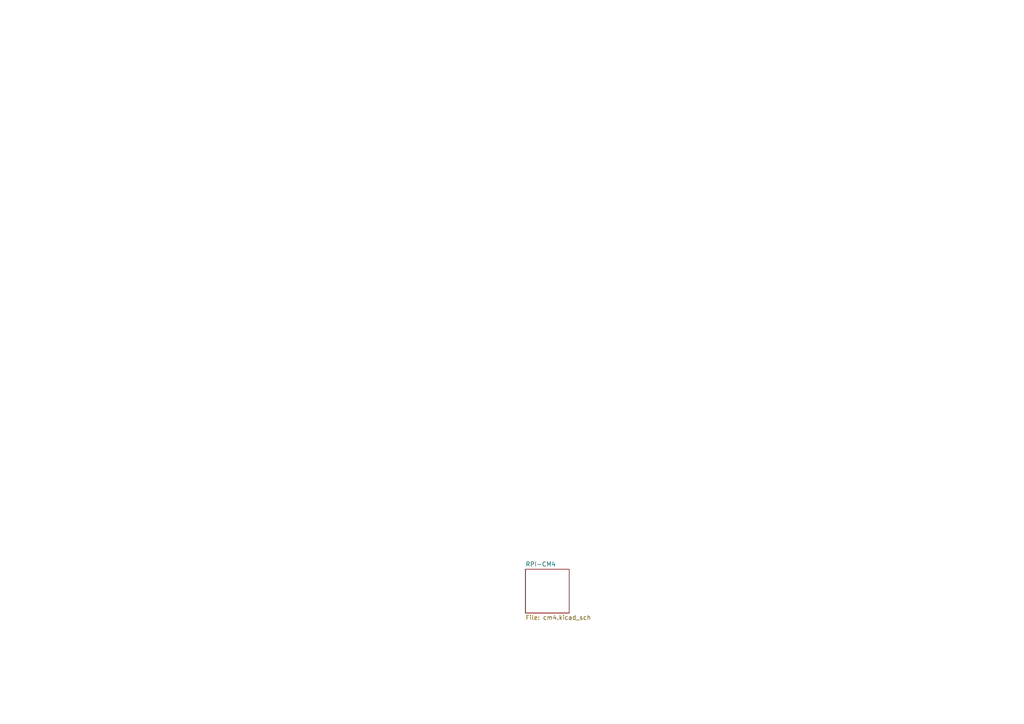
<source format=kicad_sch>
(kicad_sch
	(version 20231120)
	(generator "eeschema")
	(generator_version "8.0")
	(uuid "0b623d23-bb96-4cb3-be8c-180bf957f458")
	(paper "A4")
	(lib_symbols)
	(sheet
		(at 152.4 165.1)
		(size 12.7 12.7)
		(fields_autoplaced yes)
		(stroke
			(width 0.1524)
			(type solid)
		)
		(fill
			(color 0 0 0 0.0000)
		)
		(uuid "a03e3172-d565-4060-83ad-6ff625fd839d")
		(property "Sheetname" "RPI-CM4"
			(at 152.4 164.3884 0)
			(effects
				(font
					(size 1.27 1.27)
				)
				(justify left bottom)
			)
		)
		(property "Sheetfile" "cm4.kicad_sch"
			(at 152.4 178.3846 0)
			(effects
				(font
					(size 1.27 1.27)
				)
				(justify left top)
			)
		)
		(instances
			(project "xymatics-e64"
				(path "/0b623d23-bb96-4cb3-be8c-180bf957f458"
					(page "2")
				)
			)
		)
	)
	(sheet_instances
		(path "/"
			(page "1")
		)
	)
)

</source>
